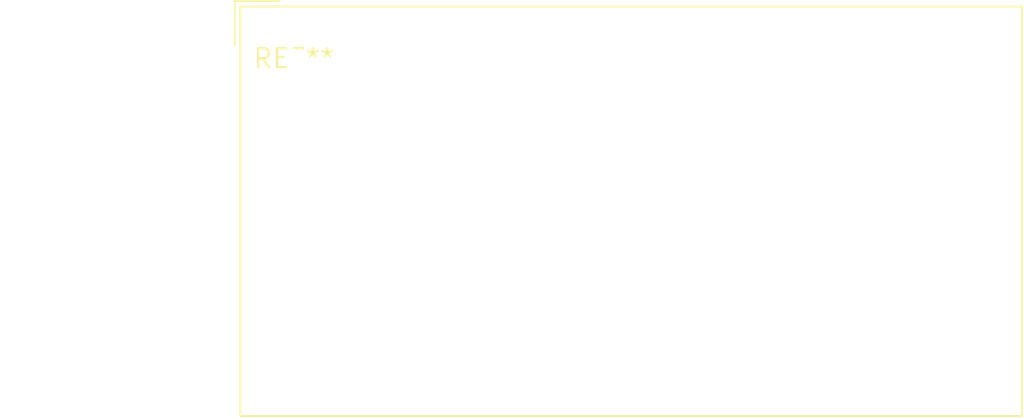
<source format=kicad_pcb>
(kicad_pcb (version 20240108) (generator pcbnew)
  (layers (0 "F.Cu" signal) (31 "B.Cu" signal) (34 "B.Paste" user) (35 "F.Paste" user) (36 "B.SilkS" user "B.Silkscreen") (37 "F.SilkS" user "F.Silkscreen") (38 "B.Mask" user) (39 "F.Mask" user) (44 "Edge.Cuts" user))
  (net 0 "")
  (footprint "Converter_ACDC_Recom_RAC20-xxSK_THT" (layer "F.Cu") (at 0 0)
    (property "Reference" "REF**")
    (property "Value" "Converter_ACDC_Recom_RAC20-xxSK_THT")
    (fp_line (start -4 -3.89) (end -1 -3.89) (layer "F.SilkS") (stroke (width 0.12)))
    (fp_line (start -4 -0.89) (end -4 -3.89) (layer "F.SilkS") (stroke (width 0.12)))
    (fp_line (start -3.62 -3.51) (end -3.62 24.13) (layer "F.SilkS") (stroke (width 0.12)))
    (fp_line (start -3.62 -3.51) (end 49.12 -3.51) (layer "F.SilkS") (stroke (width 0.12)))
    (fp_line (start -3.62 24.13) (end 49.12 24.13) (layer "F.SilkS") (stroke (width 0.12)))
    (fp_line (start 49.12 -3.51) (end 49.12 24.13) (layer "F.SilkS") (stroke (width 0.12)))
    (pad "1" thru_hole rect (at 0 0) (size 2.4 2.4) (drill 1.3) (layers *.Cu *.Mask) (remove_unused_layers))
    (pad "2" thru_hole circle (at 0 20.32) (size 2.4 2.4) (drill 1.3) (layers *.Cu *.Mask) (remove_unused_layers))
    (pad "4" thru_hole circle (at 45.72 10.16) (size 2.4 2.4) (drill 1.3) (layers *.Cu *.Mask) (remove_unused_layers))
    (pad "5" thru_hole circle (at 45.72 0) (size 2.4 2.4) (drill 1.3) (layers *.Cu *.Mask) (remove_unused_layers))
  )
)
</source>
